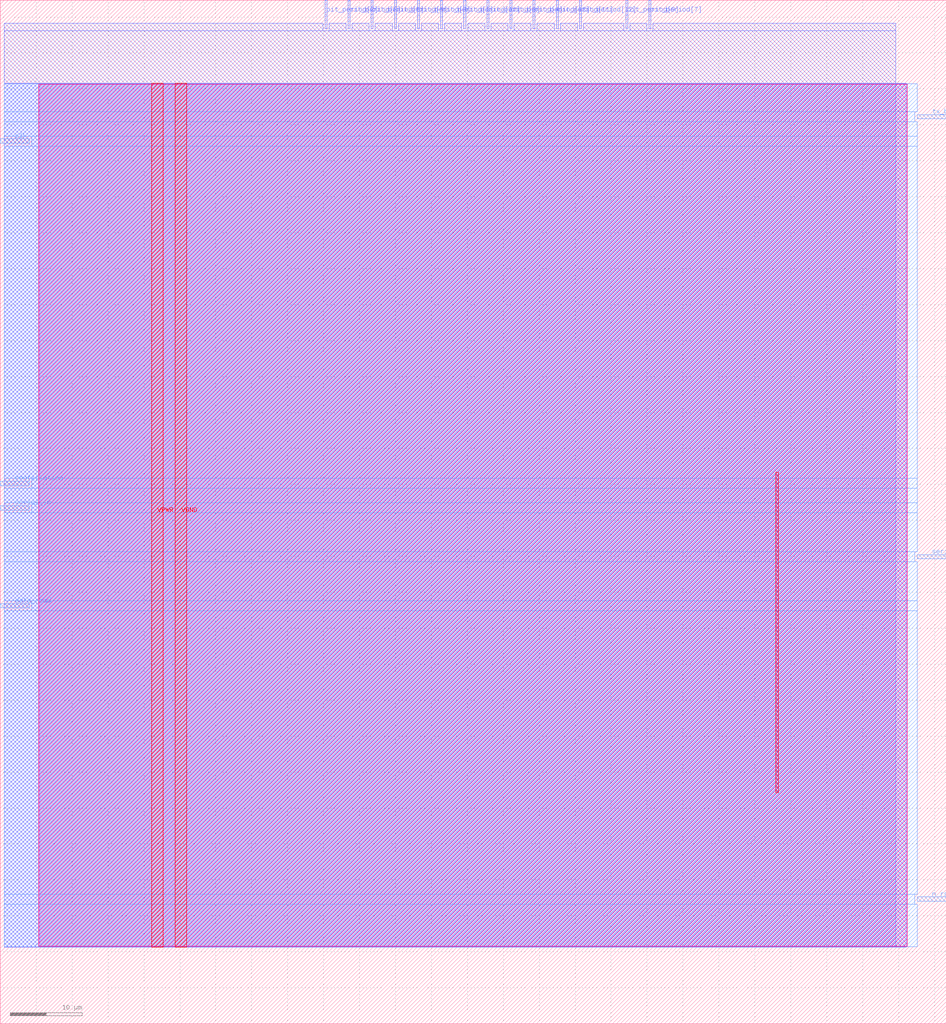
<source format=lef>
VERSION 5.7 ;
  NOWIREEXTENSIONATPIN ON ;
  DIVIDERCHAR "/" ;
  BUSBITCHARS "[]" ;
MACRO matrix_mult
  CLASS BLOCK ;
  FOREIGN matrix_mult ;
  ORIGIN 0.000 0.000 ;
  SIZE 131.625 BY 142.345 ;
  PIN VGND
    DIRECTION INOUT ;
    USE GROUND ;
    PORT
      LAYER met4 ;
        RECT 24.340 10.640 25.940 130.800 ;
    END
  END VGND
  PIN VPWR
    DIRECTION INOUT ;
    USE POWER ;
    PORT
      LAYER met4 ;
        RECT 21.040 10.640 22.640 130.800 ;
    END
  END VPWR
  PIN bit_period[0]
    DIRECTION INPUT ;
    USE SIGNAL ;
    ANTENNAGATEAREA 0.213000 ;
    PORT
      LAYER met2 ;
        RECT 67.710 138.345 67.990 142.345 ;
    END
  END bit_period[0]
  PIN bit_period[10]
    DIRECTION INPUT ;
    USE SIGNAL ;
    ANTENNAGATEAREA 0.196500 ;
    PORT
      LAYER met2 ;
        RECT 64.490 138.345 64.770 142.345 ;
    END
  END bit_period[10]
  PIN bit_period[11]
    DIRECTION INPUT ;
    USE SIGNAL ;
    ANTENNAGATEAREA 0.196500 ;
    PORT
      LAYER met2 ;
        RECT 77.370 138.345 77.650 142.345 ;
    END
  END bit_period[11]
  PIN bit_period[12]
    DIRECTION INPUT ;
    USE SIGNAL ;
    ANTENNAGATEAREA 0.196500 ;
    PORT
      LAYER met2 ;
        RECT 80.590 138.345 80.870 142.345 ;
    END
  END bit_period[12]
  PIN bit_period[13]
    DIRECTION INPUT ;
    USE SIGNAL ;
    ANTENNAGATEAREA 0.213000 ;
    PORT
      LAYER met2 ;
        RECT 74.150 138.345 74.430 142.345 ;
    END
  END bit_period[13]
  PIN bit_period[1]
    DIRECTION INPUT ;
    USE SIGNAL ;
    ANTENNAGATEAREA 0.213000 ;
    PORT
      LAYER met2 ;
        RECT 61.270 138.345 61.550 142.345 ;
    END
  END bit_period[1]
  PIN bit_period[2]
    DIRECTION INPUT ;
    USE SIGNAL ;
    ANTENNAGATEAREA 0.213000 ;
    PORT
      LAYER met2 ;
        RECT 45.170 138.345 45.450 142.345 ;
    END
  END bit_period[2]
  PIN bit_period[3]
    DIRECTION INPUT ;
    USE SIGNAL ;
    ANTENNAGATEAREA 0.196500 ;
    PORT
      LAYER met2 ;
        RECT 58.050 138.345 58.330 142.345 ;
    END
  END bit_period[3]
  PIN bit_period[4]
    DIRECTION INPUT ;
    USE SIGNAL ;
    ANTENNAGATEAREA 0.213000 ;
    PORT
      LAYER met2 ;
        RECT 70.930 138.345 71.210 142.345 ;
    END
  END bit_period[4]
  PIN bit_period[5]
    DIRECTION INPUT ;
    USE SIGNAL ;
    ANTENNAGATEAREA 0.213000 ;
    PORT
      LAYER met2 ;
        RECT 51.610 138.345 51.890 142.345 ;
    END
  END bit_period[5]
  PIN bit_period[6]
    DIRECTION INPUT ;
    USE SIGNAL ;
    ANTENNAGATEAREA 0.196500 ;
    PORT
      LAYER met2 ;
        RECT 54.830 138.345 55.110 142.345 ;
    END
  END bit_period[6]
  PIN bit_period[7]
    DIRECTION INPUT ;
    USE SIGNAL ;
    ANTENNAGATEAREA 0.213000 ;
    PORT
      LAYER met2 ;
        RECT 90.250 138.345 90.530 142.345 ;
    END
  END bit_period[7]
  PIN bit_period[8]
    DIRECTION INPUT ;
    USE SIGNAL ;
    ANTENNAGATEAREA 0.213000 ;
    PORT
      LAYER met2 ;
        RECT 48.390 138.345 48.670 142.345 ;
    END
  END bit_period[8]
  PIN bit_period[9]
    DIRECTION INPUT ;
    USE SIGNAL ;
    ANTENNAGATEAREA 0.213000 ;
    PORT
      LAYER met2 ;
        RECT 87.030 138.345 87.310 142.345 ;
    END
  END bit_period[9]
  PIN clk
    DIRECTION INPUT ;
    USE SIGNAL ;
    ANTENNAGATEAREA 0.852000 ;
    PORT
      LAYER met3 ;
        RECT 0.000 122.440 4.000 123.040 ;
    END
  END clk
  PIN confirmation
    DIRECTION INPUT ;
    USE SIGNAL ;
    ANTENNAGATEAREA 0.196500 ;
    PORT
      LAYER met3 ;
        RECT 0.000 74.840 4.000 75.440 ;
    END
  END confirmation
  PIN data_read
    DIRECTION OUTPUT ;
    USE SIGNAL ;
    ANTENNADIFFAREA 0.445500 ;
    PORT
      LAYER met3 ;
        RECT 0.000 57.840 4.000 58.440 ;
    END
  END data_read
  PIN n_rst
    DIRECTION INPUT ;
    USE SIGNAL ;
    ANTENNAGATEAREA 0.196500 ;
    PORT
      LAYER met3 ;
        RECT 127.625 17.040 131.625 17.640 ;
    END
  END n_rst
  PIN serial_in
    DIRECTION INPUT ;
    USE SIGNAL ;
    ANTENNAGATEAREA 0.196500 ;
    PORT
      LAYER met3 ;
        RECT 0.000 71.440 4.000 72.040 ;
    END
  END serial_in
  PIN serial_out
    DIRECTION OUTPUT ;
    USE SIGNAL ;
    ANTENNADIFFAREA 0.445500 ;
    PORT
      LAYER met3 ;
        RECT 127.625 64.640 131.625 65.240 ;
    END
  END serial_out
  PIN tx_busy
    DIRECTION OUTPUT ;
    USE SIGNAL ;
    PORT
      LAYER met3 ;
        RECT 127.625 125.840 131.625 126.440 ;
    END
  END tx_busy
  OBS
      LAYER nwell ;
        RECT 5.330 10.795 126.230 130.645 ;
      LAYER li1 ;
        RECT 5.520 10.795 126.040 130.645 ;
      LAYER met1 ;
        RECT 0.530 10.640 126.040 130.800 ;
      LAYER met2 ;
        RECT 0.550 138.065 44.890 139.130 ;
        RECT 45.730 138.065 48.110 139.130 ;
        RECT 48.950 138.065 51.330 139.130 ;
        RECT 52.170 138.065 54.550 139.130 ;
        RECT 55.390 138.065 57.770 139.130 ;
        RECT 58.610 138.065 60.990 139.130 ;
        RECT 61.830 138.065 64.210 139.130 ;
        RECT 65.050 138.065 67.430 139.130 ;
        RECT 68.270 138.065 70.650 139.130 ;
        RECT 71.490 138.065 73.870 139.130 ;
        RECT 74.710 138.065 77.090 139.130 ;
        RECT 77.930 138.065 80.310 139.130 ;
        RECT 81.150 138.065 86.750 139.130 ;
        RECT 87.590 138.065 89.970 139.130 ;
        RECT 90.810 138.065 124.570 139.130 ;
        RECT 0.550 10.695 124.570 138.065 ;
      LAYER met3 ;
        RECT 0.525 126.840 127.625 130.725 ;
        RECT 0.525 125.440 127.225 126.840 ;
        RECT 0.525 123.440 127.625 125.440 ;
        RECT 4.400 122.040 127.625 123.440 ;
        RECT 0.525 75.840 127.625 122.040 ;
        RECT 4.400 74.440 127.625 75.840 ;
        RECT 0.525 72.440 127.625 74.440 ;
        RECT 4.400 71.040 127.625 72.440 ;
        RECT 0.525 65.640 127.625 71.040 ;
        RECT 0.525 64.240 127.225 65.640 ;
        RECT 0.525 58.840 127.625 64.240 ;
        RECT 4.400 57.440 127.625 58.840 ;
        RECT 0.525 18.040 127.625 57.440 ;
        RECT 0.525 16.640 127.225 18.040 ;
        RECT 0.525 10.715 127.625 16.640 ;
      LAYER met4 ;
        RECT 107.935 32.135 108.265 76.665 ;
  END
END matrix_mult
END LIBRARY


</source>
